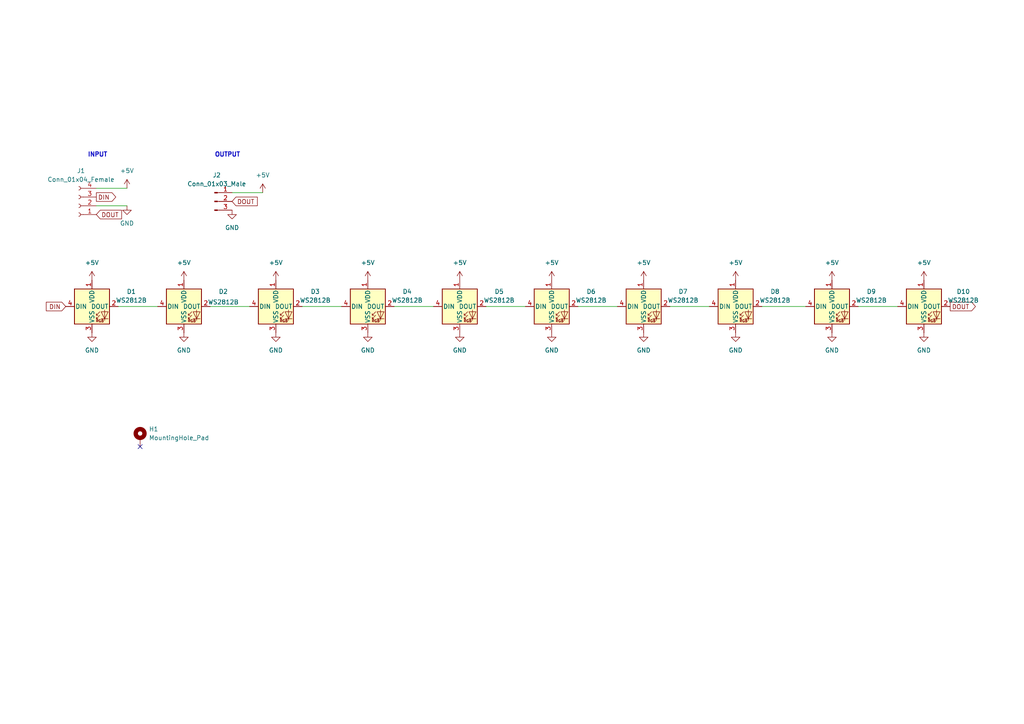
<source format=kicad_sch>
(kicad_sch (version 20211123) (generator eeschema)
  (paper "A4")
  (lib_symbols
    (symbol "Connector:Conn_01x03_Male" (pin_names (offset 1.016) hide)
      (property "Reference" "J" (at 0 5.08 0))
      (property "Value" "Conn_01x03_Male" (at 0 -5.08 0))
      (symbol "Conn_01x03_Male_1_1"
        (polyline (pts (xy 1.27 -2.54) (xy 0.8636 -2.54)) (stroke (width 0.1524)))
        (polyline (pts (xy 1.27 0) (xy 0.8636 0)) (stroke (width 0.1524)))
        (polyline (pts (xy 1.27 2.54) (xy 0.8636 2.54)) (stroke (width 0.1524)))
        (rectangle (start 0.8636 -2.413) (end 0 -2.667) (stroke (width 0.1524)) (fill (type outline)))
        (rectangle (start 0.8636 0.127) (end 0 -0.127) (stroke (width 0.1524)) (fill (type outline)))
        (rectangle (start 0.8636 2.667) (end 0 2.413) (stroke (width 0.1524)) (fill (type outline)))
        (pin passive line (at 5.08 2.54 180) (length 3.81) (name "Pin_1") (number "1"))
        (pin passive line (at 5.08 0 180) (length 3.81) (name "Pin_2") (number "2"))
        (pin passive line (at 5.08 -2.54 180) (length 3.81) (name "Pin_3") (number "3"))
      )
    )
    (symbol "Connector:Conn_01x04_Female" (pin_names (offset 1.016) hide)
      (property "Reference" "J" (at 0 5.08 0))
      (property "Value" "Conn_01x04_Female" (at 0 -7.62 0))
      (symbol "Conn_01x04_Female_1_1"
        (arc (start 0 -4.572) (mid -0.508 -5.08) (end 0 -5.588) (stroke (width 0.1524)))
        (arc (start 0 -2.032) (mid -0.508 -2.54) (end 0 -3.048) (stroke (width 0.1524)))
        (polyline (pts (xy -1.27 -5.08) (xy -0.508 -5.08)) (stroke (width 0.1524)))
        (polyline (pts (xy -1.27 -2.54) (xy -0.508 -2.54)) (stroke (width 0.1524)))
        (polyline (pts (xy -1.27 0) (xy -0.508 0)) (stroke (width 0.1524)))
        (polyline (pts (xy -1.27 2.54) (xy -0.508 2.54)) (stroke (width 0.1524)))
        (arc (start 0 0.508) (mid -0.508 0) (end 0 -0.508) (stroke (width 0.1524)))
        (arc (start 0 3.048) (mid -0.508 2.54) (end 0 2.032) (stroke (width 0.1524)))
        (pin passive line (at -5.08 2.54 0) (length 3.81) (name "Pin_1") (number "1"))
        (pin passive line (at -5.08 0 0) (length 3.81) (name "Pin_2") (number "2"))
        (pin passive line (at -5.08 -2.54 0) (length 3.81) (name "Pin_3") (number "3"))
        (pin passive line (at -5.08 -5.08 0) (length 3.81) (name "Pin_4") (number "4"))
      )
    )
    (symbol "LED:WS2812B" (pin_names (offset 0.254))
      (property "Reference" "D" (at 5.08 5.715 0))
      (property "Value" "WS2812B" (at 1.27 -5.715 0))
      (symbol "WS2812B_0_0"
        (text "RGB" (at 2.286 -4.191 0) (effects (font (size 0.762 0.762))))
      )
      (symbol "WS2812B_0_1"
        (polyline (pts (xy 1.27 -3.556) (xy 1.778 -3.556)))
        (polyline (pts (xy 1.27 -2.54) (xy 1.778 -2.54)))
        (polyline (pts (xy 4.699 -3.556) (xy 2.667 -3.556)))
        (polyline (pts (xy 2.286 -2.54) (xy 1.27 -3.556) (xy 1.27 -3.048)))
        (polyline (pts (xy 2.286 -1.524) (xy 1.27 -2.54) (xy 1.27 -2.032)))
        (polyline (pts (xy 3.683 -1.016) (xy 3.683 -3.556) (xy 3.683 -4.064)))
        (polyline (pts (xy 4.699 -1.524) (xy 2.667 -1.524) (xy 3.683 -3.556) (xy 4.699 -1.524)))
        (rectangle (start 5.08 5.08) (end -5.08 -5.08) (stroke (width 0.254)) (fill (type background)))
      )
      (symbol "WS2812B_1_1"
        (pin power_in line (at 0 7.62 270) (length 2.54) (name "VDD") (number "1"))
        (pin output line (at 7.62 0 180) (length 2.54) (name "DOUT") (number "2"))
        (pin power_in line (at 0 -7.62 90) (length 2.54) (name "VSS") (number "3"))
        (pin input line (at -7.62 0 0) (length 2.54) (name "DIN") (number "4"))
      )
    )
    (symbol "Mechanical:MountingHole_Pad" (pin_numbers hide) (pin_names (offset 1.016) hide)
      (property "Reference" "H" (at 0 6.35 0))
      (property "Value" "MountingHole_Pad" (at 0 4.445 0))
      (symbol "MountingHole_Pad_0_1"
        (circle (center 0 1.27) (radius 1.27) (stroke (width 1.27)))
      )
      (symbol "MountingHole_Pad_1_1"
        (pin input line (at 0 -2.54 90) (length 2.54) (name "1") (number "1"))
      )
    )
    (symbol "power:+5V" (power) (pin_names (offset 0))
      (property "Value" "+5V" (at 0 3.556 0))
      (symbol "+5V_0_1"
        (polyline (pts (xy -0.762 1.27) (xy 0 2.54)))
        (polyline (pts (xy 0 0) (xy 0 2.54)))
        (polyline (pts (xy 0 2.54) (xy 0.762 1.27)))
      )
      (symbol "+5V_1_1"
        (pin power_in line (at 0 0 90) (length 0) hide (name "+5V") (number "1"))
      )
    )
    (symbol "power:GND" (power) (pin_names (offset 0))
      (property "Value" "GND" (at 0 -3.81 0))
      (symbol "GND_0_1"
        (polyline (pts (xy 0 0) (xy 0 -1.27) (xy 1.27 -1.27) (xy 0 -2.54) (xy -1.27 -1.27) (xy 0 -1.27)))
      )
      (symbol "GND_1_1"
        (pin power_in line (at 0 0 270) (length 0) hide (name "GND") (number "1"))
      )
    )
  )
  (no_connect (at 40.64 129.54))
  (wire (pts (xy 140.97 88.9) (xy 152.4 88.9)))
  (wire (pts (xy 60.96 88.9) (xy 72.39 88.9)))
  (wire (pts (xy 220.98 88.9) (xy 233.68 88.9)))
  (wire (pts (xy 36.83 59.69) (xy 27.94 59.69)))
  (wire (pts (xy 248.92 88.9) (xy 260.35 88.9)))
  (wire (pts (xy 194.31 88.9) (xy 205.74 88.9)))
  (wire (pts (xy 36.83 54.61) (xy 27.94 54.61)))
  (wire (pts (xy 87.63 88.9) (xy 99.06 88.9)))
  (wire (pts (xy 114.3 88.9) (xy 125.73 88.9)))
  (wire (pts (xy 76.2 55.88) (xy 67.31 55.88)))
  (wire (pts (xy 167.64 88.9) (xy 179.07 88.9)))
  (wire (pts (xy 34.29 88.9) (xy 45.72 88.9)))
  (text "INPUT" (at 25.4 45.72 0) (effects (font (size 1.27 1.27) (thickness 0.254) bold) (justify left bottom)))
  (text "OUTPUT" (at 62.23 45.72 0) (effects (font (size 1.27 1.27) bold) (justify left bottom)))
  (global_label "DIN" (shape output) (at 27.94 57.15 0) (property "Intersheet References" "${INTERSHEET_REFS}" (effects hide)))
  (global_label "DOUT" (shape output) (at 275.59 88.9 0) (property "Intersheet References" "${INTERSHEET_REFS}" (effects hide)))
  (global_label "DIN" (shape input) (at 19.05 88.9 180) (property "Intersheet References" "${INTERSHEET_REFS}" (effects hide)))
  (global_label "DOUT" (shape input) (at 67.31 58.42 0) (property "Intersheet References" "${INTERSHEET_REFS}" (effects hide)))
  (global_label "DOUT" (shape input) (at 27.94 62.23 0) (property "Intersheet References" "${INTERSHEET_REFS}" (effects hide)))
  (symbol (lib_id "power:+5V") (at 36.83 54.61 0) (unit 1)
    (property "Reference" "#PWR0110" (effects hide))
    (property "Value" "+5V" (at 36.83 49.53 0))
  )
  (symbol (lib_id "power:GND") (at 80.01 96.52 0) (unit 1)
    (property "Reference" "#PWR0103" (effects hide))
    (property "Value" "GND" (at 80.01 101.6 0))
  )
  (symbol (lib_id "power:GND") (at 160.02 96.52 0) (unit 1)
    (property "Reference" "#PWR0116" (effects hide))
    (property "Value" "GND" (at 160.02 101.6 0))
  )
  (symbol (lib_id "LED:WS2812B") (at 186.69 88.9 0) (unit 1)
    (property "Reference" "D7" (at 198.12 84.5693 0))
    (property "Value" "WS2812B" (at 198.12 87.1093 0))
    (property "Footprint" "LED_SMD:LED_WS2812B_PLCC4_5.0x5.0mm_P3.2mm" (effects hide))
    (property "Datasheet" "https://cdn-shop.adafruit.com/datasheets/WS2812B.pdf" (effects hide))
  )
  (symbol (lib_id "LED:WS2812B") (at 106.68 88.9 0) (unit 1)
    (property "Reference" "D4" (at 118.11 84.5693 0))
    (property "Value" "WS2812B" (at 118.11 87.1093 0))
    (property "Footprint" "LED_SMD:LED_WS2812B_PLCC4_5.0x5.0mm_P3.2mm" (effects hide))
    (property "Datasheet" "https://cdn-shop.adafruit.com/datasheets/WS2812B.pdf" (effects hide))
  )
  (symbol (lib_id "LED:WS2812B") (at 53.34 88.9 0) (unit 1)
    (property "Reference" "D2" (at 64.77 84.5693 0))
    (property "Value" "WS2812B" (at 64.77 87.63 0))
    (property "Footprint" "LED_SMD:LED_WS2812B_PLCC4_5.0x5.0mm_P3.2mm" (effects hide))
    (property "Datasheet" "https://cdn-shop.adafruit.com/datasheets/WS2812B.pdf" (effects hide))
  )
  (symbol (lib_id "power:+5V") (at 76.2 55.88 0) (unit 1)
    (property "Reference" "#PWR0111" (effects hide))
    (property "Value" "+5V" (at 76.2 50.8 0))
  )
  (symbol (lib_id "LED:WS2812B") (at 241.3 88.9 0) (unit 1)
    (property "Reference" "D9" (at 252.73 84.5693 0))
    (property "Value" "WS2812B" (at 252.73 87.1093 0))
    (property "Footprint" "LED_SMD:LED_WS2812B_PLCC4_5.0x5.0mm_P3.2mm" (effects hide))
    (property "Datasheet" "https://cdn-shop.adafruit.com/datasheets/WS2812B.pdf" (effects hide))
  )
  (symbol (lib_id "Connector:Conn_01x03_Male") (at 62.23 58.42 0) (unit 1)
    (property "Reference" "J2" (at 62.865 50.8 0))
    (property "Value" "Conn_01x03_Male" (at 62.865 53.34 0))
    (property "Footprint" "Connector_PinHeader_2.54mm:PinHeader_1x03_P2.54mm_Vertical" (effects hide))
  )
  (symbol (lib_id "power:GND") (at 133.35 96.52 0) (unit 1)
    (property "Reference" "#PWR0113" (effects hide))
    (property "Value" "GND" (at 133.35 101.6 0))
  )
  (symbol (lib_id "power:+5V") (at 267.97 81.28 0) (unit 1)
    (property "Reference" "#PWR0124" (effects hide))
    (property "Value" "+5V" (at 267.97 76.2 0))
  )
  (symbol (lib_id "power:GND") (at 26.67 96.52 0) (unit 1)
    (property "Reference" "#PWR0102" (effects hide))
    (property "Value" "GND" (at 26.67 101.6 0))
  )
  (symbol (lib_id "LED:WS2812B") (at 133.35 88.9 0) (unit 1)
    (property "Reference" "D5" (at 144.78 84.5693 0))
    (property "Value" "WS2812B" (at 144.78 87.1093 0))
    (property "Footprint" "LED_SMD:LED_WS2812B_PLCC4_5.0x5.0mm_P3.2mm" (effects hide))
    (property "Datasheet" "https://cdn-shop.adafruit.com/datasheets/WS2812B.pdf" (effects hide))
  )
  (symbol (lib_id "power:GND") (at 186.69 96.52 0) (unit 1)
    (property "Reference" "#PWR0119" (effects hide))
    (property "Value" "GND" (at 186.69 101.6 0))
  )
  (symbol (lib_id "LED:WS2812B") (at 80.01 88.9 0) (unit 1)
    (property "Reference" "D3" (at 91.44 84.5693 0))
    (property "Value" "WS2812B" (at 91.44 87.1093 0))
    (property "Footprint" "LED_SMD:LED_WS2812B_PLCC4_5.0x5.0mm_P3.2mm" (effects hide))
    (property "Datasheet" "https://cdn-shop.adafruit.com/datasheets/WS2812B.pdf" (effects hide))
  )
  (symbol (lib_id "power:+5V") (at 241.3 81.28 0) (unit 1)
    (property "Reference" "#PWR0122" (effects hide))
    (property "Value" "+5V" (at 241.3 76.2 0))
  )
  (symbol (lib_id "LED:WS2812B") (at 213.36 88.9 0) (unit 1)
    (property "Reference" "D8" (at 224.79 84.5693 0))
    (property "Value" "WS2812B" (at 224.79 87.1093 0))
    (property "Footprint" "LED_SMD:LED_WS2812B_PLCC4_5.0x5.0mm_P3.2mm" (effects hide))
    (property "Datasheet" "https://cdn-shop.adafruit.com/datasheets/WS2812B.pdf" (effects hide))
  )
  (symbol (lib_id "power:+5V") (at 160.02 81.28 0) (unit 1)
    (property "Reference" "#PWR0114" (effects hide))
    (property "Value" "+5V" (at 160.02 76.2 0))
  )
  (symbol (lib_id "power:+5V") (at 26.67 81.28 0) (unit 1)
    (property "Reference" "#PWR0101" (effects hide))
    (property "Value" "+5V" (at 26.67 76.2 0))
  )
  (symbol (lib_id "Connector:Conn_01x04_Female") (at 22.86 59.69 180) (unit 1)
    (property "Reference" "J1" (at 23.495 49.53 0))
    (property "Value" "Conn_01x04_Female" (at 23.495 52.07 0))
    (property "Footprint" "Connector_JST:JST_XH_B4B-XH-A_1x04_P2.50mm_Vertical" (effects hide))
  )
  (symbol (lib_id "power:GND") (at 213.36 96.52 0) (unit 1)
    (property "Reference" "#PWR0120" (effects hide))
    (property "Value" "GND" (at 213.36 101.6 0))
  )
  (symbol (lib_id "LED:WS2812B") (at 26.67 88.9 0) (unit 1)
    (property "Reference" "D1" (at 38.1 84.5693 0))
    (property "Value" "WS2812B" (at 38.1 87.1093 0))
    (property "Footprint" "LED_SMD:LED_WS2812B_PLCC4_5.0x5.0mm_P3.2mm" (effects hide))
    (property "Datasheet" "https://cdn-shop.adafruit.com/datasheets/WS2812B.pdf" (effects hide))
  )
  (symbol (lib_id "power:GND") (at 106.68 96.52 0) (unit 1)
    (property "Reference" "#PWR0106" (effects hide))
    (property "Value" "GND" (at 106.68 101.6 0))
  )
  (symbol (lib_id "LED:WS2812B") (at 267.97 88.9 0) (unit 1)
    (property "Reference" "D10" (at 279.4 84.5693 0))
    (property "Value" "WS2812B" (at 279.4 87.1093 0))
    (property "Footprint" "LED_SMD:LED_WS2812B_PLCC4_5.0x5.0mm_P3.2mm" (effects hide))
    (property "Datasheet" "https://cdn-shop.adafruit.com/datasheets/WS2812B.pdf" (effects hide))
  )
  (symbol (lib_id "power:+5V") (at 53.34 81.28 0) (unit 1)
    (property "Reference" "#PWR0107" (effects hide))
    (property "Value" "+5V" (at 53.34 76.2 0))
  )
  (symbol (lib_id "LED:WS2812B") (at 160.02 88.9 0) (unit 1)
    (property "Reference" "D6" (at 171.45 84.5693 0))
    (property "Value" "WS2812B" (at 171.45 87.1093 0))
    (property "Footprint" "LED_SMD:LED_WS2812B_PLCC4_5.0x5.0mm_P3.2mm" (effects hide))
    (property "Datasheet" "https://cdn-shop.adafruit.com/datasheets/WS2812B.pdf" (effects hide))
  )
  (symbol (lib_id "power:+5V") (at 186.69 81.28 0) (unit 1)
    (property "Reference" "#PWR0118" (effects hide))
    (property "Value" "+5V" (at 186.69 76.2 0))
  )
  (symbol (lib_id "power:+5V") (at 80.01 81.28 0) (unit 1)
    (property "Reference" "#PWR0104" (effects hide))
    (property "Value" "+5V" (at 80.01 76.2 0))
  )
  (symbol (lib_id "power:GND") (at 53.34 96.52 0) (unit 1)
    (property "Reference" "#PWR0108" (effects hide))
    (property "Value" "GND" (at 53.34 101.6 0))
  )
  (symbol (lib_id "power:GND") (at 67.31 60.96 0) (unit 1)
    (property "Reference" "#PWR0112" (effects hide))
    (property "Value" "GND" (at 67.31 66.04 0))
  )
  (symbol (lib_id "power:GND") (at 36.83 59.69 0) (unit 1)
    (property "Reference" "#PWR0109" (effects hide))
    (property "Value" "GND" (at 36.83 64.77 0))
  )
  (symbol (lib_id "power:+5V") (at 106.68 81.28 0) (unit 1)
    (property "Reference" "#PWR0105" (effects hide))
    (property "Value" "+5V" (at 106.68 76.2 0))
  )
  (symbol (lib_id "power:+5V") (at 133.35 81.28 0) (unit 1)
    (property "Reference" "#PWR0115" (effects hide))
    (property "Value" "+5V" (at 133.35 76.2 0))
  )
  (symbol (lib_id "power:GND") (at 241.3 96.52 0) (unit 1)
    (property "Reference" "#PWR0121" (effects hide))
    (property "Value" "GND" (at 241.3 101.6 0))
  )
  (symbol (lib_id "power:+5V") (at 213.36 81.28 0) (unit 1)
    (property "Reference" "#PWR0117" (effects hide))
    (property "Value" "+5V" (at 213.36 76.2 0))
  )
  (symbol (lib_id "power:GND") (at 267.97 96.52 0) (unit 1)
    (property "Reference" "#PWR0123" (effects hide))
    (property "Value" "GND" (at 267.97 101.6 0))
  )
  (symbol (lib_id "Mechanical:MountingHole_Pad") (at 40.64 127 0) (unit 1)
    (property "Reference" "H1" (at 43.18 124.4599 0) (effects (justify left)))
    (property "Value" "MountingHole_Pad" (at 43.18 126.9999 0) (effects (justify left)))
    (property "Footprint" "MountingHole:MountingHole_3.2mm_M3_ISO7380_Pad" (effects hide))
  )
)
</source>
